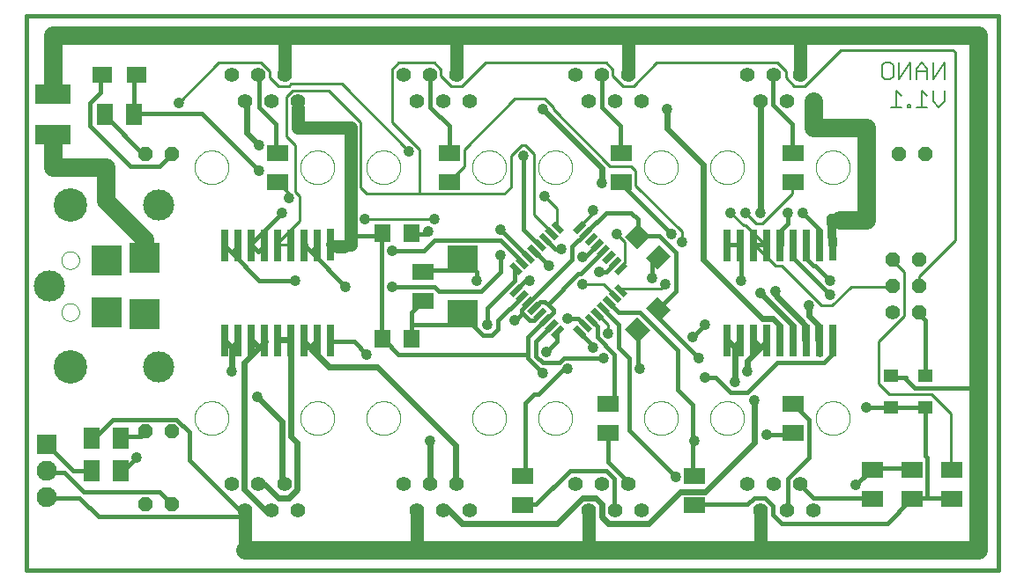
<source format=gbl>
G75*
G70*
%OFA0B0*%
%FSLAX24Y24*%
%IPPOS*%
%LPD*%
%AMOC8*
5,1,8,0,0,1.08239X$1,22.5*
%
%ADD10C,0.0160*%
%ADD11C,0.0060*%
%ADD12R,0.0500X0.0220*%
%ADD13R,0.0220X0.0500*%
%ADD14C,0.0560*%
%ADD15OC8,0.0560*%
%ADD16R,0.0760X0.0760*%
%ADD17C,0.0760*%
%ADD18R,0.0787X0.0630*%
%ADD19R,0.0630X0.0709*%
%ADD20C,0.0554*%
%ADD21C,0.0000*%
%ADD22R,0.0260X0.1200*%
%ADD23C,0.1181*%
%ADD24C,0.1266*%
%ADD25R,0.1181X0.1181*%
%ADD26OC8,0.0520*%
%ADD27R,0.0630X0.0787*%
%ADD28R,0.1339X0.0748*%
%ADD29R,0.0748X0.0630*%
%ADD30R,0.0551X0.0472*%
%ADD31R,0.1181X0.0984*%
%ADD32C,0.0320*%
%ADD33C,0.0500*%
%ADD34C,0.0700*%
%ADD35C,0.0180*%
%ADD36C,0.0408*%
%ADD37C,0.0100*%
%ADD38C,0.0240*%
D10*
X000550Y001235D02*
X037300Y001235D01*
X037300Y022235D01*
X000550Y022235D01*
X000550Y001235D01*
D11*
X032909Y019922D02*
X032909Y020349D01*
X033016Y020456D01*
X033230Y020456D01*
X033336Y020349D01*
X033336Y019922D01*
X033230Y019815D01*
X033016Y019815D01*
X032909Y019922D01*
X033554Y019815D02*
X033554Y020456D01*
X033981Y020456D02*
X033554Y019815D01*
X033981Y019815D02*
X033981Y020456D01*
X034198Y020242D02*
X034198Y019815D01*
X034198Y020135D02*
X034625Y020135D01*
X034625Y020242D02*
X034625Y019815D01*
X034843Y019815D02*
X034843Y020456D01*
X034625Y020242D02*
X034412Y020456D01*
X034198Y020242D01*
X034843Y019815D02*
X035270Y020456D01*
X035270Y019815D01*
X035270Y019406D02*
X035270Y018979D01*
X035056Y018765D01*
X034843Y018979D01*
X034843Y019406D01*
X034625Y019192D02*
X034412Y019406D01*
X034412Y018765D01*
X034625Y018765D02*
X034198Y018765D01*
X033981Y018765D02*
X033874Y018765D01*
X033874Y018872D01*
X033981Y018872D01*
X033981Y018765D01*
X033659Y018765D02*
X033232Y018765D01*
X033445Y018765D02*
X033445Y019406D01*
X033659Y019192D01*
D12*
G36*
X023278Y012749D02*
X022926Y012397D01*
X022770Y012553D01*
X023122Y012905D01*
X023278Y012749D01*
G37*
G36*
X023056Y012971D02*
X022704Y012619D01*
X022548Y012775D01*
X022900Y013127D01*
X023056Y012971D01*
G37*
G36*
X022833Y013194D02*
X022481Y012842D01*
X022325Y012998D01*
X022677Y013350D01*
X022833Y013194D01*
G37*
G36*
X022610Y013417D02*
X022258Y013065D01*
X022102Y013221D01*
X022454Y013573D01*
X022610Y013417D01*
G37*
G36*
X022388Y013639D02*
X022036Y013287D01*
X021880Y013443D01*
X022232Y013795D01*
X022388Y013639D01*
G37*
G36*
X022165Y013862D02*
X021813Y013510D01*
X021657Y013666D01*
X022009Y014018D01*
X022165Y013862D01*
G37*
G36*
X021942Y014085D02*
X021590Y013733D01*
X021434Y013889D01*
X021786Y014241D01*
X021942Y014085D01*
G37*
G36*
X021720Y014308D02*
X021368Y013956D01*
X021212Y014112D01*
X021564Y014464D01*
X021720Y014308D01*
G37*
G36*
X019330Y011918D02*
X018978Y011566D01*
X018822Y011722D01*
X019174Y012074D01*
X019330Y011918D01*
G37*
G36*
X019552Y011695D02*
X019200Y011343D01*
X019044Y011499D01*
X019396Y011851D01*
X019552Y011695D01*
G37*
G36*
X019775Y011472D02*
X019423Y011120D01*
X019267Y011276D01*
X019619Y011628D01*
X019775Y011472D01*
G37*
G36*
X019998Y011249D02*
X019646Y010897D01*
X019490Y011053D01*
X019842Y011405D01*
X019998Y011249D01*
G37*
G36*
X020220Y011027D02*
X019868Y010675D01*
X019712Y010831D01*
X020064Y011183D01*
X020220Y011027D01*
G37*
G36*
X020443Y010804D02*
X020091Y010452D01*
X019935Y010608D01*
X020287Y010960D01*
X020443Y010804D01*
G37*
G36*
X020666Y010581D02*
X020314Y010229D01*
X020158Y010385D01*
X020510Y010737D01*
X020666Y010581D01*
G37*
G36*
X020888Y010359D02*
X020536Y010007D01*
X020380Y010163D01*
X020732Y010515D01*
X020888Y010359D01*
G37*
D13*
G36*
X021720Y010163D02*
X021564Y010007D01*
X021212Y010359D01*
X021368Y010515D01*
X021720Y010163D01*
G37*
G36*
X021942Y010385D02*
X021786Y010229D01*
X021434Y010581D01*
X021590Y010737D01*
X021942Y010385D01*
G37*
G36*
X022165Y010608D02*
X022009Y010452D01*
X021657Y010804D01*
X021813Y010960D01*
X022165Y010608D01*
G37*
G36*
X022388Y010831D02*
X022232Y010675D01*
X021880Y011027D01*
X022036Y011183D01*
X022388Y010831D01*
G37*
G36*
X022610Y011053D02*
X022454Y010897D01*
X022102Y011249D01*
X022258Y011405D01*
X022610Y011053D01*
G37*
G36*
X022833Y011276D02*
X022677Y011120D01*
X022325Y011472D01*
X022481Y011628D01*
X022833Y011276D01*
G37*
G36*
X023056Y011499D02*
X022900Y011343D01*
X022548Y011695D01*
X022704Y011851D01*
X023056Y011499D01*
G37*
G36*
X023278Y011722D02*
X023122Y011566D01*
X022770Y011918D01*
X022926Y012074D01*
X023278Y011722D01*
G37*
G36*
X020443Y013666D02*
X020287Y013510D01*
X019935Y013862D01*
X020091Y014018D01*
X020443Y013666D01*
G37*
G36*
X020666Y013889D02*
X020510Y013733D01*
X020158Y014085D01*
X020314Y014241D01*
X020666Y013889D01*
G37*
G36*
X020888Y014112D02*
X020732Y013956D01*
X020380Y014308D01*
X020536Y014464D01*
X020888Y014112D01*
G37*
G36*
X020220Y013443D02*
X020064Y013287D01*
X019712Y013639D01*
X019868Y013795D01*
X020220Y013443D01*
G37*
G36*
X019998Y013221D02*
X019842Y013065D01*
X019490Y013417D01*
X019646Y013573D01*
X019998Y013221D01*
G37*
G36*
X019775Y012998D02*
X019619Y012842D01*
X019267Y013194D01*
X019423Y013350D01*
X019775Y012998D01*
G37*
G36*
X019552Y012775D02*
X019396Y012619D01*
X019044Y012971D01*
X019200Y013127D01*
X019552Y012775D01*
G37*
G36*
X019330Y012553D02*
X019174Y012397D01*
X018822Y012749D01*
X018978Y012905D01*
X019330Y012553D01*
G37*
D14*
X033300Y010985D03*
D15*
X034300Y010985D03*
X034300Y011985D03*
X033300Y011985D03*
X033300Y012985D03*
X034300Y012985D03*
D16*
X001300Y005985D03*
D17*
X001300Y004985D03*
X001300Y003985D03*
D18*
X015550Y011434D03*
X015550Y012536D03*
X016550Y015934D03*
X016550Y017036D03*
X010050Y017036D03*
X010050Y015934D03*
X023050Y015934D03*
X023050Y017036D03*
X029550Y017036D03*
X029550Y015934D03*
X029550Y007536D03*
X029550Y006434D03*
X032550Y005036D03*
X034050Y005036D03*
X035550Y005036D03*
X035550Y003934D03*
X034050Y003934D03*
X032550Y003934D03*
X025800Y003684D03*
X025800Y004786D03*
X022550Y006434D03*
X022550Y007536D03*
X019300Y004786D03*
X019300Y003684D03*
D19*
X015101Y009985D03*
X013999Y009985D03*
X013999Y013985D03*
X015101Y013985D03*
G36*
X023633Y013402D02*
X023187Y013848D01*
X023687Y014348D01*
X024133Y013902D01*
X023633Y013402D01*
G37*
G36*
X024413Y012622D02*
X023967Y013068D01*
X024467Y013568D01*
X024913Y013122D01*
X024413Y012622D01*
G37*
G36*
X023967Y011152D02*
X024413Y011598D01*
X024913Y011098D01*
X024467Y010652D01*
X023967Y011152D01*
G37*
G36*
X023187Y010372D02*
X023633Y010818D01*
X024133Y010318D01*
X023687Y009872D01*
X023187Y010372D01*
G37*
D20*
X023300Y004485D03*
X022300Y004485D03*
X021300Y004485D03*
X021800Y003485D03*
X022800Y003485D03*
X023800Y003485D03*
X027800Y004485D03*
X028800Y004485D03*
X029800Y004485D03*
X029300Y003485D03*
X028300Y003485D03*
X030300Y003485D03*
X017300Y003485D03*
X016300Y003485D03*
X015300Y003485D03*
X014800Y004485D03*
X015800Y004485D03*
X016800Y004485D03*
X010800Y003485D03*
X009800Y003485D03*
X008800Y003485D03*
X008300Y004485D03*
X009300Y004485D03*
X010300Y004485D03*
X009800Y018985D03*
X010800Y018985D03*
X010300Y019985D03*
X009300Y019985D03*
X008300Y019985D03*
X008800Y018985D03*
X014800Y019985D03*
X015800Y019985D03*
X016800Y019985D03*
X016300Y018985D03*
X017300Y018985D03*
X015300Y018985D03*
X021300Y019985D03*
X022300Y019985D03*
X023300Y019985D03*
X022800Y018985D03*
X021800Y018985D03*
X023800Y018985D03*
X027800Y019985D03*
X028800Y019985D03*
X029800Y019985D03*
X029300Y018985D03*
X028300Y018985D03*
X030300Y018985D03*
D21*
X030410Y016485D02*
X030412Y016535D01*
X030418Y016585D01*
X030428Y016634D01*
X030441Y016683D01*
X030459Y016730D01*
X030480Y016776D01*
X030504Y016819D01*
X030532Y016861D01*
X030563Y016901D01*
X030597Y016938D01*
X030634Y016972D01*
X030674Y017003D01*
X030716Y017031D01*
X030759Y017055D01*
X030805Y017076D01*
X030852Y017094D01*
X030901Y017107D01*
X030950Y017117D01*
X031000Y017123D01*
X031050Y017125D01*
X031100Y017123D01*
X031150Y017117D01*
X031199Y017107D01*
X031248Y017094D01*
X031295Y017076D01*
X031341Y017055D01*
X031384Y017031D01*
X031426Y017003D01*
X031466Y016972D01*
X031503Y016938D01*
X031537Y016901D01*
X031568Y016861D01*
X031596Y016819D01*
X031620Y016776D01*
X031641Y016730D01*
X031659Y016683D01*
X031672Y016634D01*
X031682Y016585D01*
X031688Y016535D01*
X031690Y016485D01*
X031688Y016435D01*
X031682Y016385D01*
X031672Y016336D01*
X031659Y016287D01*
X031641Y016240D01*
X031620Y016194D01*
X031596Y016151D01*
X031568Y016109D01*
X031537Y016069D01*
X031503Y016032D01*
X031466Y015998D01*
X031426Y015967D01*
X031384Y015939D01*
X031341Y015915D01*
X031295Y015894D01*
X031248Y015876D01*
X031199Y015863D01*
X031150Y015853D01*
X031100Y015847D01*
X031050Y015845D01*
X031000Y015847D01*
X030950Y015853D01*
X030901Y015863D01*
X030852Y015876D01*
X030805Y015894D01*
X030759Y015915D01*
X030716Y015939D01*
X030674Y015967D01*
X030634Y015998D01*
X030597Y016032D01*
X030563Y016069D01*
X030532Y016109D01*
X030504Y016151D01*
X030480Y016194D01*
X030459Y016240D01*
X030441Y016287D01*
X030428Y016336D01*
X030418Y016385D01*
X030412Y016435D01*
X030410Y016485D01*
X026410Y016485D02*
X026412Y016535D01*
X026418Y016585D01*
X026428Y016634D01*
X026441Y016683D01*
X026459Y016730D01*
X026480Y016776D01*
X026504Y016819D01*
X026532Y016861D01*
X026563Y016901D01*
X026597Y016938D01*
X026634Y016972D01*
X026674Y017003D01*
X026716Y017031D01*
X026759Y017055D01*
X026805Y017076D01*
X026852Y017094D01*
X026901Y017107D01*
X026950Y017117D01*
X027000Y017123D01*
X027050Y017125D01*
X027100Y017123D01*
X027150Y017117D01*
X027199Y017107D01*
X027248Y017094D01*
X027295Y017076D01*
X027341Y017055D01*
X027384Y017031D01*
X027426Y017003D01*
X027466Y016972D01*
X027503Y016938D01*
X027537Y016901D01*
X027568Y016861D01*
X027596Y016819D01*
X027620Y016776D01*
X027641Y016730D01*
X027659Y016683D01*
X027672Y016634D01*
X027682Y016585D01*
X027688Y016535D01*
X027690Y016485D01*
X027688Y016435D01*
X027682Y016385D01*
X027672Y016336D01*
X027659Y016287D01*
X027641Y016240D01*
X027620Y016194D01*
X027596Y016151D01*
X027568Y016109D01*
X027537Y016069D01*
X027503Y016032D01*
X027466Y015998D01*
X027426Y015967D01*
X027384Y015939D01*
X027341Y015915D01*
X027295Y015894D01*
X027248Y015876D01*
X027199Y015863D01*
X027150Y015853D01*
X027100Y015847D01*
X027050Y015845D01*
X027000Y015847D01*
X026950Y015853D01*
X026901Y015863D01*
X026852Y015876D01*
X026805Y015894D01*
X026759Y015915D01*
X026716Y015939D01*
X026674Y015967D01*
X026634Y015998D01*
X026597Y016032D01*
X026563Y016069D01*
X026532Y016109D01*
X026504Y016151D01*
X026480Y016194D01*
X026459Y016240D01*
X026441Y016287D01*
X026428Y016336D01*
X026418Y016385D01*
X026412Y016435D01*
X026410Y016485D01*
X023910Y016485D02*
X023912Y016535D01*
X023918Y016585D01*
X023928Y016634D01*
X023941Y016683D01*
X023959Y016730D01*
X023980Y016776D01*
X024004Y016819D01*
X024032Y016861D01*
X024063Y016901D01*
X024097Y016938D01*
X024134Y016972D01*
X024174Y017003D01*
X024216Y017031D01*
X024259Y017055D01*
X024305Y017076D01*
X024352Y017094D01*
X024401Y017107D01*
X024450Y017117D01*
X024500Y017123D01*
X024550Y017125D01*
X024600Y017123D01*
X024650Y017117D01*
X024699Y017107D01*
X024748Y017094D01*
X024795Y017076D01*
X024841Y017055D01*
X024884Y017031D01*
X024926Y017003D01*
X024966Y016972D01*
X025003Y016938D01*
X025037Y016901D01*
X025068Y016861D01*
X025096Y016819D01*
X025120Y016776D01*
X025141Y016730D01*
X025159Y016683D01*
X025172Y016634D01*
X025182Y016585D01*
X025188Y016535D01*
X025190Y016485D01*
X025188Y016435D01*
X025182Y016385D01*
X025172Y016336D01*
X025159Y016287D01*
X025141Y016240D01*
X025120Y016194D01*
X025096Y016151D01*
X025068Y016109D01*
X025037Y016069D01*
X025003Y016032D01*
X024966Y015998D01*
X024926Y015967D01*
X024884Y015939D01*
X024841Y015915D01*
X024795Y015894D01*
X024748Y015876D01*
X024699Y015863D01*
X024650Y015853D01*
X024600Y015847D01*
X024550Y015845D01*
X024500Y015847D01*
X024450Y015853D01*
X024401Y015863D01*
X024352Y015876D01*
X024305Y015894D01*
X024259Y015915D01*
X024216Y015939D01*
X024174Y015967D01*
X024134Y015998D01*
X024097Y016032D01*
X024063Y016069D01*
X024032Y016109D01*
X024004Y016151D01*
X023980Y016194D01*
X023959Y016240D01*
X023941Y016287D01*
X023928Y016336D01*
X023918Y016385D01*
X023912Y016435D01*
X023910Y016485D01*
X019910Y016485D02*
X019912Y016535D01*
X019918Y016585D01*
X019928Y016634D01*
X019941Y016683D01*
X019959Y016730D01*
X019980Y016776D01*
X020004Y016819D01*
X020032Y016861D01*
X020063Y016901D01*
X020097Y016938D01*
X020134Y016972D01*
X020174Y017003D01*
X020216Y017031D01*
X020259Y017055D01*
X020305Y017076D01*
X020352Y017094D01*
X020401Y017107D01*
X020450Y017117D01*
X020500Y017123D01*
X020550Y017125D01*
X020600Y017123D01*
X020650Y017117D01*
X020699Y017107D01*
X020748Y017094D01*
X020795Y017076D01*
X020841Y017055D01*
X020884Y017031D01*
X020926Y017003D01*
X020966Y016972D01*
X021003Y016938D01*
X021037Y016901D01*
X021068Y016861D01*
X021096Y016819D01*
X021120Y016776D01*
X021141Y016730D01*
X021159Y016683D01*
X021172Y016634D01*
X021182Y016585D01*
X021188Y016535D01*
X021190Y016485D01*
X021188Y016435D01*
X021182Y016385D01*
X021172Y016336D01*
X021159Y016287D01*
X021141Y016240D01*
X021120Y016194D01*
X021096Y016151D01*
X021068Y016109D01*
X021037Y016069D01*
X021003Y016032D01*
X020966Y015998D01*
X020926Y015967D01*
X020884Y015939D01*
X020841Y015915D01*
X020795Y015894D01*
X020748Y015876D01*
X020699Y015863D01*
X020650Y015853D01*
X020600Y015847D01*
X020550Y015845D01*
X020500Y015847D01*
X020450Y015853D01*
X020401Y015863D01*
X020352Y015876D01*
X020305Y015894D01*
X020259Y015915D01*
X020216Y015939D01*
X020174Y015967D01*
X020134Y015998D01*
X020097Y016032D01*
X020063Y016069D01*
X020032Y016109D01*
X020004Y016151D01*
X019980Y016194D01*
X019959Y016240D01*
X019941Y016287D01*
X019928Y016336D01*
X019918Y016385D01*
X019912Y016435D01*
X019910Y016485D01*
X017410Y016485D02*
X017412Y016535D01*
X017418Y016585D01*
X017428Y016634D01*
X017441Y016683D01*
X017459Y016730D01*
X017480Y016776D01*
X017504Y016819D01*
X017532Y016861D01*
X017563Y016901D01*
X017597Y016938D01*
X017634Y016972D01*
X017674Y017003D01*
X017716Y017031D01*
X017759Y017055D01*
X017805Y017076D01*
X017852Y017094D01*
X017901Y017107D01*
X017950Y017117D01*
X018000Y017123D01*
X018050Y017125D01*
X018100Y017123D01*
X018150Y017117D01*
X018199Y017107D01*
X018248Y017094D01*
X018295Y017076D01*
X018341Y017055D01*
X018384Y017031D01*
X018426Y017003D01*
X018466Y016972D01*
X018503Y016938D01*
X018537Y016901D01*
X018568Y016861D01*
X018596Y016819D01*
X018620Y016776D01*
X018641Y016730D01*
X018659Y016683D01*
X018672Y016634D01*
X018682Y016585D01*
X018688Y016535D01*
X018690Y016485D01*
X018688Y016435D01*
X018682Y016385D01*
X018672Y016336D01*
X018659Y016287D01*
X018641Y016240D01*
X018620Y016194D01*
X018596Y016151D01*
X018568Y016109D01*
X018537Y016069D01*
X018503Y016032D01*
X018466Y015998D01*
X018426Y015967D01*
X018384Y015939D01*
X018341Y015915D01*
X018295Y015894D01*
X018248Y015876D01*
X018199Y015863D01*
X018150Y015853D01*
X018100Y015847D01*
X018050Y015845D01*
X018000Y015847D01*
X017950Y015853D01*
X017901Y015863D01*
X017852Y015876D01*
X017805Y015894D01*
X017759Y015915D01*
X017716Y015939D01*
X017674Y015967D01*
X017634Y015998D01*
X017597Y016032D01*
X017563Y016069D01*
X017532Y016109D01*
X017504Y016151D01*
X017480Y016194D01*
X017459Y016240D01*
X017441Y016287D01*
X017428Y016336D01*
X017418Y016385D01*
X017412Y016435D01*
X017410Y016485D01*
X013410Y016485D02*
X013412Y016535D01*
X013418Y016585D01*
X013428Y016634D01*
X013441Y016683D01*
X013459Y016730D01*
X013480Y016776D01*
X013504Y016819D01*
X013532Y016861D01*
X013563Y016901D01*
X013597Y016938D01*
X013634Y016972D01*
X013674Y017003D01*
X013716Y017031D01*
X013759Y017055D01*
X013805Y017076D01*
X013852Y017094D01*
X013901Y017107D01*
X013950Y017117D01*
X014000Y017123D01*
X014050Y017125D01*
X014100Y017123D01*
X014150Y017117D01*
X014199Y017107D01*
X014248Y017094D01*
X014295Y017076D01*
X014341Y017055D01*
X014384Y017031D01*
X014426Y017003D01*
X014466Y016972D01*
X014503Y016938D01*
X014537Y016901D01*
X014568Y016861D01*
X014596Y016819D01*
X014620Y016776D01*
X014641Y016730D01*
X014659Y016683D01*
X014672Y016634D01*
X014682Y016585D01*
X014688Y016535D01*
X014690Y016485D01*
X014688Y016435D01*
X014682Y016385D01*
X014672Y016336D01*
X014659Y016287D01*
X014641Y016240D01*
X014620Y016194D01*
X014596Y016151D01*
X014568Y016109D01*
X014537Y016069D01*
X014503Y016032D01*
X014466Y015998D01*
X014426Y015967D01*
X014384Y015939D01*
X014341Y015915D01*
X014295Y015894D01*
X014248Y015876D01*
X014199Y015863D01*
X014150Y015853D01*
X014100Y015847D01*
X014050Y015845D01*
X014000Y015847D01*
X013950Y015853D01*
X013901Y015863D01*
X013852Y015876D01*
X013805Y015894D01*
X013759Y015915D01*
X013716Y015939D01*
X013674Y015967D01*
X013634Y015998D01*
X013597Y016032D01*
X013563Y016069D01*
X013532Y016109D01*
X013504Y016151D01*
X013480Y016194D01*
X013459Y016240D01*
X013441Y016287D01*
X013428Y016336D01*
X013418Y016385D01*
X013412Y016435D01*
X013410Y016485D01*
X010910Y016485D02*
X010912Y016535D01*
X010918Y016585D01*
X010928Y016634D01*
X010941Y016683D01*
X010959Y016730D01*
X010980Y016776D01*
X011004Y016819D01*
X011032Y016861D01*
X011063Y016901D01*
X011097Y016938D01*
X011134Y016972D01*
X011174Y017003D01*
X011216Y017031D01*
X011259Y017055D01*
X011305Y017076D01*
X011352Y017094D01*
X011401Y017107D01*
X011450Y017117D01*
X011500Y017123D01*
X011550Y017125D01*
X011600Y017123D01*
X011650Y017117D01*
X011699Y017107D01*
X011748Y017094D01*
X011795Y017076D01*
X011841Y017055D01*
X011884Y017031D01*
X011926Y017003D01*
X011966Y016972D01*
X012003Y016938D01*
X012037Y016901D01*
X012068Y016861D01*
X012096Y016819D01*
X012120Y016776D01*
X012141Y016730D01*
X012159Y016683D01*
X012172Y016634D01*
X012182Y016585D01*
X012188Y016535D01*
X012190Y016485D01*
X012188Y016435D01*
X012182Y016385D01*
X012172Y016336D01*
X012159Y016287D01*
X012141Y016240D01*
X012120Y016194D01*
X012096Y016151D01*
X012068Y016109D01*
X012037Y016069D01*
X012003Y016032D01*
X011966Y015998D01*
X011926Y015967D01*
X011884Y015939D01*
X011841Y015915D01*
X011795Y015894D01*
X011748Y015876D01*
X011699Y015863D01*
X011650Y015853D01*
X011600Y015847D01*
X011550Y015845D01*
X011500Y015847D01*
X011450Y015853D01*
X011401Y015863D01*
X011352Y015876D01*
X011305Y015894D01*
X011259Y015915D01*
X011216Y015939D01*
X011174Y015967D01*
X011134Y015998D01*
X011097Y016032D01*
X011063Y016069D01*
X011032Y016109D01*
X011004Y016151D01*
X010980Y016194D01*
X010959Y016240D01*
X010941Y016287D01*
X010928Y016336D01*
X010918Y016385D01*
X010912Y016435D01*
X010910Y016485D01*
X006910Y016485D02*
X006912Y016535D01*
X006918Y016585D01*
X006928Y016634D01*
X006941Y016683D01*
X006959Y016730D01*
X006980Y016776D01*
X007004Y016819D01*
X007032Y016861D01*
X007063Y016901D01*
X007097Y016938D01*
X007134Y016972D01*
X007174Y017003D01*
X007216Y017031D01*
X007259Y017055D01*
X007305Y017076D01*
X007352Y017094D01*
X007401Y017107D01*
X007450Y017117D01*
X007500Y017123D01*
X007550Y017125D01*
X007600Y017123D01*
X007650Y017117D01*
X007699Y017107D01*
X007748Y017094D01*
X007795Y017076D01*
X007841Y017055D01*
X007884Y017031D01*
X007926Y017003D01*
X007966Y016972D01*
X008003Y016938D01*
X008037Y016901D01*
X008068Y016861D01*
X008096Y016819D01*
X008120Y016776D01*
X008141Y016730D01*
X008159Y016683D01*
X008172Y016634D01*
X008182Y016585D01*
X008188Y016535D01*
X008190Y016485D01*
X008188Y016435D01*
X008182Y016385D01*
X008172Y016336D01*
X008159Y016287D01*
X008141Y016240D01*
X008120Y016194D01*
X008096Y016151D01*
X008068Y016109D01*
X008037Y016069D01*
X008003Y016032D01*
X007966Y015998D01*
X007926Y015967D01*
X007884Y015939D01*
X007841Y015915D01*
X007795Y015894D01*
X007748Y015876D01*
X007699Y015863D01*
X007650Y015853D01*
X007600Y015847D01*
X007550Y015845D01*
X007500Y015847D01*
X007450Y015853D01*
X007401Y015863D01*
X007352Y015876D01*
X007305Y015894D01*
X007259Y015915D01*
X007216Y015939D01*
X007174Y015967D01*
X007134Y015998D01*
X007097Y016032D01*
X007063Y016069D01*
X007032Y016109D01*
X007004Y016151D01*
X006980Y016194D01*
X006959Y016240D01*
X006941Y016287D01*
X006928Y016336D01*
X006918Y016385D01*
X006912Y016435D01*
X006910Y016485D01*
X001869Y012969D02*
X001871Y013005D01*
X001877Y013041D01*
X001887Y013076D01*
X001900Y013110D01*
X001917Y013142D01*
X001937Y013172D01*
X001961Y013199D01*
X001987Y013224D01*
X002016Y013246D01*
X002047Y013265D01*
X002080Y013280D01*
X002114Y013292D01*
X002150Y013300D01*
X002186Y013304D01*
X002222Y013304D01*
X002258Y013300D01*
X002294Y013292D01*
X002328Y013280D01*
X002361Y013265D01*
X002392Y013246D01*
X002421Y013224D01*
X002447Y013199D01*
X002471Y013172D01*
X002491Y013142D01*
X002508Y013110D01*
X002521Y013076D01*
X002531Y013041D01*
X002537Y013005D01*
X002539Y012969D01*
X002537Y012933D01*
X002531Y012897D01*
X002521Y012862D01*
X002508Y012828D01*
X002491Y012796D01*
X002471Y012766D01*
X002447Y012739D01*
X002421Y012714D01*
X002392Y012692D01*
X002361Y012673D01*
X002328Y012658D01*
X002294Y012646D01*
X002258Y012638D01*
X002222Y012634D01*
X002186Y012634D01*
X002150Y012638D01*
X002114Y012646D01*
X002080Y012658D01*
X002047Y012673D01*
X002016Y012692D01*
X001987Y012714D01*
X001961Y012739D01*
X001937Y012766D01*
X001917Y012796D01*
X001900Y012828D01*
X001887Y012862D01*
X001877Y012897D01*
X001871Y012933D01*
X001869Y012969D01*
X001869Y011001D02*
X001871Y011037D01*
X001877Y011073D01*
X001887Y011108D01*
X001900Y011142D01*
X001917Y011174D01*
X001937Y011204D01*
X001961Y011231D01*
X001987Y011256D01*
X002016Y011278D01*
X002047Y011297D01*
X002080Y011312D01*
X002114Y011324D01*
X002150Y011332D01*
X002186Y011336D01*
X002222Y011336D01*
X002258Y011332D01*
X002294Y011324D01*
X002328Y011312D01*
X002361Y011297D01*
X002392Y011278D01*
X002421Y011256D01*
X002447Y011231D01*
X002471Y011204D01*
X002491Y011174D01*
X002508Y011142D01*
X002521Y011108D01*
X002531Y011073D01*
X002537Y011037D01*
X002539Y011001D01*
X002537Y010965D01*
X002531Y010929D01*
X002521Y010894D01*
X002508Y010860D01*
X002491Y010828D01*
X002471Y010798D01*
X002447Y010771D01*
X002421Y010746D01*
X002392Y010724D01*
X002361Y010705D01*
X002328Y010690D01*
X002294Y010678D01*
X002258Y010670D01*
X002222Y010666D01*
X002186Y010666D01*
X002150Y010670D01*
X002114Y010678D01*
X002080Y010690D01*
X002047Y010705D01*
X002016Y010724D01*
X001987Y010746D01*
X001961Y010771D01*
X001937Y010798D01*
X001917Y010828D01*
X001900Y010860D01*
X001887Y010894D01*
X001877Y010929D01*
X001871Y010965D01*
X001869Y011001D01*
X006910Y006985D02*
X006912Y007035D01*
X006918Y007085D01*
X006928Y007134D01*
X006941Y007183D01*
X006959Y007230D01*
X006980Y007276D01*
X007004Y007319D01*
X007032Y007361D01*
X007063Y007401D01*
X007097Y007438D01*
X007134Y007472D01*
X007174Y007503D01*
X007216Y007531D01*
X007259Y007555D01*
X007305Y007576D01*
X007352Y007594D01*
X007401Y007607D01*
X007450Y007617D01*
X007500Y007623D01*
X007550Y007625D01*
X007600Y007623D01*
X007650Y007617D01*
X007699Y007607D01*
X007748Y007594D01*
X007795Y007576D01*
X007841Y007555D01*
X007884Y007531D01*
X007926Y007503D01*
X007966Y007472D01*
X008003Y007438D01*
X008037Y007401D01*
X008068Y007361D01*
X008096Y007319D01*
X008120Y007276D01*
X008141Y007230D01*
X008159Y007183D01*
X008172Y007134D01*
X008182Y007085D01*
X008188Y007035D01*
X008190Y006985D01*
X008188Y006935D01*
X008182Y006885D01*
X008172Y006836D01*
X008159Y006787D01*
X008141Y006740D01*
X008120Y006694D01*
X008096Y006651D01*
X008068Y006609D01*
X008037Y006569D01*
X008003Y006532D01*
X007966Y006498D01*
X007926Y006467D01*
X007884Y006439D01*
X007841Y006415D01*
X007795Y006394D01*
X007748Y006376D01*
X007699Y006363D01*
X007650Y006353D01*
X007600Y006347D01*
X007550Y006345D01*
X007500Y006347D01*
X007450Y006353D01*
X007401Y006363D01*
X007352Y006376D01*
X007305Y006394D01*
X007259Y006415D01*
X007216Y006439D01*
X007174Y006467D01*
X007134Y006498D01*
X007097Y006532D01*
X007063Y006569D01*
X007032Y006609D01*
X007004Y006651D01*
X006980Y006694D01*
X006959Y006740D01*
X006941Y006787D01*
X006928Y006836D01*
X006918Y006885D01*
X006912Y006935D01*
X006910Y006985D01*
X010910Y006985D02*
X010912Y007035D01*
X010918Y007085D01*
X010928Y007134D01*
X010941Y007183D01*
X010959Y007230D01*
X010980Y007276D01*
X011004Y007319D01*
X011032Y007361D01*
X011063Y007401D01*
X011097Y007438D01*
X011134Y007472D01*
X011174Y007503D01*
X011216Y007531D01*
X011259Y007555D01*
X011305Y007576D01*
X011352Y007594D01*
X011401Y007607D01*
X011450Y007617D01*
X011500Y007623D01*
X011550Y007625D01*
X011600Y007623D01*
X011650Y007617D01*
X011699Y007607D01*
X011748Y007594D01*
X011795Y007576D01*
X011841Y007555D01*
X011884Y007531D01*
X011926Y007503D01*
X011966Y007472D01*
X012003Y007438D01*
X012037Y007401D01*
X012068Y007361D01*
X012096Y007319D01*
X012120Y007276D01*
X012141Y007230D01*
X012159Y007183D01*
X012172Y007134D01*
X012182Y007085D01*
X012188Y007035D01*
X012190Y006985D01*
X012188Y006935D01*
X012182Y006885D01*
X012172Y006836D01*
X012159Y006787D01*
X012141Y006740D01*
X012120Y006694D01*
X012096Y006651D01*
X012068Y006609D01*
X012037Y006569D01*
X012003Y006532D01*
X011966Y006498D01*
X011926Y006467D01*
X011884Y006439D01*
X011841Y006415D01*
X011795Y006394D01*
X011748Y006376D01*
X011699Y006363D01*
X011650Y006353D01*
X011600Y006347D01*
X011550Y006345D01*
X011500Y006347D01*
X011450Y006353D01*
X011401Y006363D01*
X011352Y006376D01*
X011305Y006394D01*
X011259Y006415D01*
X011216Y006439D01*
X011174Y006467D01*
X011134Y006498D01*
X011097Y006532D01*
X011063Y006569D01*
X011032Y006609D01*
X011004Y006651D01*
X010980Y006694D01*
X010959Y006740D01*
X010941Y006787D01*
X010928Y006836D01*
X010918Y006885D01*
X010912Y006935D01*
X010910Y006985D01*
X013410Y006985D02*
X013412Y007035D01*
X013418Y007085D01*
X013428Y007134D01*
X013441Y007183D01*
X013459Y007230D01*
X013480Y007276D01*
X013504Y007319D01*
X013532Y007361D01*
X013563Y007401D01*
X013597Y007438D01*
X013634Y007472D01*
X013674Y007503D01*
X013716Y007531D01*
X013759Y007555D01*
X013805Y007576D01*
X013852Y007594D01*
X013901Y007607D01*
X013950Y007617D01*
X014000Y007623D01*
X014050Y007625D01*
X014100Y007623D01*
X014150Y007617D01*
X014199Y007607D01*
X014248Y007594D01*
X014295Y007576D01*
X014341Y007555D01*
X014384Y007531D01*
X014426Y007503D01*
X014466Y007472D01*
X014503Y007438D01*
X014537Y007401D01*
X014568Y007361D01*
X014596Y007319D01*
X014620Y007276D01*
X014641Y007230D01*
X014659Y007183D01*
X014672Y007134D01*
X014682Y007085D01*
X014688Y007035D01*
X014690Y006985D01*
X014688Y006935D01*
X014682Y006885D01*
X014672Y006836D01*
X014659Y006787D01*
X014641Y006740D01*
X014620Y006694D01*
X014596Y006651D01*
X014568Y006609D01*
X014537Y006569D01*
X014503Y006532D01*
X014466Y006498D01*
X014426Y006467D01*
X014384Y006439D01*
X014341Y006415D01*
X014295Y006394D01*
X014248Y006376D01*
X014199Y006363D01*
X014150Y006353D01*
X014100Y006347D01*
X014050Y006345D01*
X014000Y006347D01*
X013950Y006353D01*
X013901Y006363D01*
X013852Y006376D01*
X013805Y006394D01*
X013759Y006415D01*
X013716Y006439D01*
X013674Y006467D01*
X013634Y006498D01*
X013597Y006532D01*
X013563Y006569D01*
X013532Y006609D01*
X013504Y006651D01*
X013480Y006694D01*
X013459Y006740D01*
X013441Y006787D01*
X013428Y006836D01*
X013418Y006885D01*
X013412Y006935D01*
X013410Y006985D01*
X017410Y006985D02*
X017412Y007035D01*
X017418Y007085D01*
X017428Y007134D01*
X017441Y007183D01*
X017459Y007230D01*
X017480Y007276D01*
X017504Y007319D01*
X017532Y007361D01*
X017563Y007401D01*
X017597Y007438D01*
X017634Y007472D01*
X017674Y007503D01*
X017716Y007531D01*
X017759Y007555D01*
X017805Y007576D01*
X017852Y007594D01*
X017901Y007607D01*
X017950Y007617D01*
X018000Y007623D01*
X018050Y007625D01*
X018100Y007623D01*
X018150Y007617D01*
X018199Y007607D01*
X018248Y007594D01*
X018295Y007576D01*
X018341Y007555D01*
X018384Y007531D01*
X018426Y007503D01*
X018466Y007472D01*
X018503Y007438D01*
X018537Y007401D01*
X018568Y007361D01*
X018596Y007319D01*
X018620Y007276D01*
X018641Y007230D01*
X018659Y007183D01*
X018672Y007134D01*
X018682Y007085D01*
X018688Y007035D01*
X018690Y006985D01*
X018688Y006935D01*
X018682Y006885D01*
X018672Y006836D01*
X018659Y006787D01*
X018641Y006740D01*
X018620Y006694D01*
X018596Y006651D01*
X018568Y006609D01*
X018537Y006569D01*
X018503Y006532D01*
X018466Y006498D01*
X018426Y006467D01*
X018384Y006439D01*
X018341Y006415D01*
X018295Y006394D01*
X018248Y006376D01*
X018199Y006363D01*
X018150Y006353D01*
X018100Y006347D01*
X018050Y006345D01*
X018000Y006347D01*
X017950Y006353D01*
X017901Y006363D01*
X017852Y006376D01*
X017805Y006394D01*
X017759Y006415D01*
X017716Y006439D01*
X017674Y006467D01*
X017634Y006498D01*
X017597Y006532D01*
X017563Y006569D01*
X017532Y006609D01*
X017504Y006651D01*
X017480Y006694D01*
X017459Y006740D01*
X017441Y006787D01*
X017428Y006836D01*
X017418Y006885D01*
X017412Y006935D01*
X017410Y006985D01*
X019910Y006985D02*
X019912Y007035D01*
X019918Y007085D01*
X019928Y007134D01*
X019941Y007183D01*
X019959Y007230D01*
X019980Y007276D01*
X020004Y007319D01*
X020032Y007361D01*
X020063Y007401D01*
X020097Y007438D01*
X020134Y007472D01*
X020174Y007503D01*
X020216Y007531D01*
X020259Y007555D01*
X020305Y007576D01*
X020352Y007594D01*
X020401Y007607D01*
X020450Y007617D01*
X020500Y007623D01*
X020550Y007625D01*
X020600Y007623D01*
X020650Y007617D01*
X020699Y007607D01*
X020748Y007594D01*
X020795Y007576D01*
X020841Y007555D01*
X020884Y007531D01*
X020926Y007503D01*
X020966Y007472D01*
X021003Y007438D01*
X021037Y007401D01*
X021068Y007361D01*
X021096Y007319D01*
X021120Y007276D01*
X021141Y007230D01*
X021159Y007183D01*
X021172Y007134D01*
X021182Y007085D01*
X021188Y007035D01*
X021190Y006985D01*
X021188Y006935D01*
X021182Y006885D01*
X021172Y006836D01*
X021159Y006787D01*
X021141Y006740D01*
X021120Y006694D01*
X021096Y006651D01*
X021068Y006609D01*
X021037Y006569D01*
X021003Y006532D01*
X020966Y006498D01*
X020926Y006467D01*
X020884Y006439D01*
X020841Y006415D01*
X020795Y006394D01*
X020748Y006376D01*
X020699Y006363D01*
X020650Y006353D01*
X020600Y006347D01*
X020550Y006345D01*
X020500Y006347D01*
X020450Y006353D01*
X020401Y006363D01*
X020352Y006376D01*
X020305Y006394D01*
X020259Y006415D01*
X020216Y006439D01*
X020174Y006467D01*
X020134Y006498D01*
X020097Y006532D01*
X020063Y006569D01*
X020032Y006609D01*
X020004Y006651D01*
X019980Y006694D01*
X019959Y006740D01*
X019941Y006787D01*
X019928Y006836D01*
X019918Y006885D01*
X019912Y006935D01*
X019910Y006985D01*
X023910Y006985D02*
X023912Y007035D01*
X023918Y007085D01*
X023928Y007134D01*
X023941Y007183D01*
X023959Y007230D01*
X023980Y007276D01*
X024004Y007319D01*
X024032Y007361D01*
X024063Y007401D01*
X024097Y007438D01*
X024134Y007472D01*
X024174Y007503D01*
X024216Y007531D01*
X024259Y007555D01*
X024305Y007576D01*
X024352Y007594D01*
X024401Y007607D01*
X024450Y007617D01*
X024500Y007623D01*
X024550Y007625D01*
X024600Y007623D01*
X024650Y007617D01*
X024699Y007607D01*
X024748Y007594D01*
X024795Y007576D01*
X024841Y007555D01*
X024884Y007531D01*
X024926Y007503D01*
X024966Y007472D01*
X025003Y007438D01*
X025037Y007401D01*
X025068Y007361D01*
X025096Y007319D01*
X025120Y007276D01*
X025141Y007230D01*
X025159Y007183D01*
X025172Y007134D01*
X025182Y007085D01*
X025188Y007035D01*
X025190Y006985D01*
X025188Y006935D01*
X025182Y006885D01*
X025172Y006836D01*
X025159Y006787D01*
X025141Y006740D01*
X025120Y006694D01*
X025096Y006651D01*
X025068Y006609D01*
X025037Y006569D01*
X025003Y006532D01*
X024966Y006498D01*
X024926Y006467D01*
X024884Y006439D01*
X024841Y006415D01*
X024795Y006394D01*
X024748Y006376D01*
X024699Y006363D01*
X024650Y006353D01*
X024600Y006347D01*
X024550Y006345D01*
X024500Y006347D01*
X024450Y006353D01*
X024401Y006363D01*
X024352Y006376D01*
X024305Y006394D01*
X024259Y006415D01*
X024216Y006439D01*
X024174Y006467D01*
X024134Y006498D01*
X024097Y006532D01*
X024063Y006569D01*
X024032Y006609D01*
X024004Y006651D01*
X023980Y006694D01*
X023959Y006740D01*
X023941Y006787D01*
X023928Y006836D01*
X023918Y006885D01*
X023912Y006935D01*
X023910Y006985D01*
X026410Y006985D02*
X026412Y007035D01*
X026418Y007085D01*
X026428Y007134D01*
X026441Y007183D01*
X026459Y007230D01*
X026480Y007276D01*
X026504Y007319D01*
X026532Y007361D01*
X026563Y007401D01*
X026597Y007438D01*
X026634Y007472D01*
X026674Y007503D01*
X026716Y007531D01*
X026759Y007555D01*
X026805Y007576D01*
X026852Y007594D01*
X026901Y007607D01*
X026950Y007617D01*
X027000Y007623D01*
X027050Y007625D01*
X027100Y007623D01*
X027150Y007617D01*
X027199Y007607D01*
X027248Y007594D01*
X027295Y007576D01*
X027341Y007555D01*
X027384Y007531D01*
X027426Y007503D01*
X027466Y007472D01*
X027503Y007438D01*
X027537Y007401D01*
X027568Y007361D01*
X027596Y007319D01*
X027620Y007276D01*
X027641Y007230D01*
X027659Y007183D01*
X027672Y007134D01*
X027682Y007085D01*
X027688Y007035D01*
X027690Y006985D01*
X027688Y006935D01*
X027682Y006885D01*
X027672Y006836D01*
X027659Y006787D01*
X027641Y006740D01*
X027620Y006694D01*
X027596Y006651D01*
X027568Y006609D01*
X027537Y006569D01*
X027503Y006532D01*
X027466Y006498D01*
X027426Y006467D01*
X027384Y006439D01*
X027341Y006415D01*
X027295Y006394D01*
X027248Y006376D01*
X027199Y006363D01*
X027150Y006353D01*
X027100Y006347D01*
X027050Y006345D01*
X027000Y006347D01*
X026950Y006353D01*
X026901Y006363D01*
X026852Y006376D01*
X026805Y006394D01*
X026759Y006415D01*
X026716Y006439D01*
X026674Y006467D01*
X026634Y006498D01*
X026597Y006532D01*
X026563Y006569D01*
X026532Y006609D01*
X026504Y006651D01*
X026480Y006694D01*
X026459Y006740D01*
X026441Y006787D01*
X026428Y006836D01*
X026418Y006885D01*
X026412Y006935D01*
X026410Y006985D01*
X030410Y006985D02*
X030412Y007035D01*
X030418Y007085D01*
X030428Y007134D01*
X030441Y007183D01*
X030459Y007230D01*
X030480Y007276D01*
X030504Y007319D01*
X030532Y007361D01*
X030563Y007401D01*
X030597Y007438D01*
X030634Y007472D01*
X030674Y007503D01*
X030716Y007531D01*
X030759Y007555D01*
X030805Y007576D01*
X030852Y007594D01*
X030901Y007607D01*
X030950Y007617D01*
X031000Y007623D01*
X031050Y007625D01*
X031100Y007623D01*
X031150Y007617D01*
X031199Y007607D01*
X031248Y007594D01*
X031295Y007576D01*
X031341Y007555D01*
X031384Y007531D01*
X031426Y007503D01*
X031466Y007472D01*
X031503Y007438D01*
X031537Y007401D01*
X031568Y007361D01*
X031596Y007319D01*
X031620Y007276D01*
X031641Y007230D01*
X031659Y007183D01*
X031672Y007134D01*
X031682Y007085D01*
X031688Y007035D01*
X031690Y006985D01*
X031688Y006935D01*
X031682Y006885D01*
X031672Y006836D01*
X031659Y006787D01*
X031641Y006740D01*
X031620Y006694D01*
X031596Y006651D01*
X031568Y006609D01*
X031537Y006569D01*
X031503Y006532D01*
X031466Y006498D01*
X031426Y006467D01*
X031384Y006439D01*
X031341Y006415D01*
X031295Y006394D01*
X031248Y006376D01*
X031199Y006363D01*
X031150Y006353D01*
X031100Y006347D01*
X031050Y006345D01*
X031000Y006347D01*
X030950Y006353D01*
X030901Y006363D01*
X030852Y006376D01*
X030805Y006394D01*
X030759Y006415D01*
X030716Y006439D01*
X030674Y006467D01*
X030634Y006498D01*
X030597Y006532D01*
X030563Y006569D01*
X030532Y006609D01*
X030504Y006651D01*
X030480Y006694D01*
X030459Y006740D01*
X030441Y006787D01*
X030428Y006836D01*
X030418Y006885D01*
X030412Y006935D01*
X030410Y006985D01*
D22*
X030550Y009930D03*
X031050Y009930D03*
X030050Y009930D03*
X029550Y009930D03*
X029050Y009930D03*
X028550Y009930D03*
X028050Y009930D03*
X027550Y009930D03*
X027050Y009930D03*
X027050Y013540D03*
X027550Y013540D03*
X028050Y013540D03*
X028550Y013540D03*
X029050Y013540D03*
X029550Y013540D03*
X030050Y013540D03*
X030550Y013540D03*
X031050Y013555D03*
X012050Y013555D03*
X011550Y013540D03*
X011050Y013540D03*
X010550Y013540D03*
X010050Y013540D03*
X009550Y013540D03*
X009050Y013540D03*
X008550Y013540D03*
X008050Y013540D03*
X008050Y009930D03*
X008550Y009930D03*
X009050Y009930D03*
X009550Y009930D03*
X010050Y009930D03*
X010550Y009930D03*
X011050Y009930D03*
X011550Y009930D03*
X012050Y009930D03*
D23*
X005550Y008914D03*
X001416Y011985D03*
X005550Y015056D03*
D24*
X002204Y015056D03*
X002204Y008914D03*
D25*
X005019Y010922D03*
X003581Y011001D03*
X003581Y012969D03*
X005019Y013048D03*
D26*
X005050Y016985D03*
X006050Y016985D03*
X006050Y006485D03*
X005050Y006485D03*
X005050Y003735D03*
X006050Y003735D03*
X033550Y016985D03*
X034550Y016985D03*
D27*
X004601Y018485D03*
X003499Y018485D03*
X002999Y006235D03*
X004101Y006235D03*
X004101Y004985D03*
X002999Y004985D03*
D28*
X001550Y017717D03*
X001550Y019253D03*
D29*
X003400Y019985D03*
X004700Y019985D03*
D30*
X033250Y008576D03*
X034550Y008576D03*
X034550Y007395D03*
X033250Y007395D03*
D31*
X017050Y010975D03*
X017050Y013034D03*
D32*
X012800Y013555D02*
X012300Y013485D01*
X012050Y013555D02*
X012800Y013555D01*
X030980Y014555D02*
X031050Y013555D01*
X031300Y014485D02*
X030980Y014555D01*
D33*
X029800Y019985D02*
X029800Y021485D01*
X023300Y021485D02*
X023300Y019985D01*
X016800Y019985D02*
X016800Y021485D01*
X012800Y017985D02*
X012800Y013885D01*
X012800Y013555D01*
X012550Y013485D02*
X012300Y013485D01*
X012800Y017985D02*
X010800Y017985D01*
X010800Y018735D01*
X010300Y019985D02*
X010300Y021485D01*
X008800Y003485D02*
X008800Y003245D01*
X008800Y001985D01*
X015300Y001985D02*
X015300Y003485D01*
X021800Y003485D02*
X021800Y001985D01*
X028300Y001985D02*
X028300Y003485D01*
D34*
X028300Y001985D02*
X021800Y001985D01*
X015300Y001985D01*
X008800Y001985D01*
X005020Y013048D02*
X005020Y013734D01*
X005019Y013767D02*
X003550Y015235D01*
X003550Y016485D01*
X001550Y016485D01*
X001550Y017717D01*
X001550Y019253D02*
X001550Y021485D01*
X010300Y021485D01*
X016800Y021485D01*
X023300Y021485D01*
X029800Y021485D01*
X036550Y021485D01*
X036550Y008125D01*
X036550Y001985D01*
X028300Y001985D01*
X031300Y014485D02*
X032300Y014485D01*
X032300Y017985D01*
X030300Y017985D01*
X030300Y018985D01*
X005020Y013048D02*
X005019Y013048D01*
D35*
X005030Y013485D02*
X005020Y013734D01*
X005019Y013767D01*
X008050Y013540D02*
X008070Y013485D01*
X008310Y013245D01*
X008550Y013485D01*
X008550Y013540D01*
X008310Y013245D02*
X009350Y012205D01*
X010710Y012205D01*
X011310Y013285D02*
X011510Y013485D01*
X011550Y013540D01*
X011510Y013565D01*
X011310Y013285D02*
X012630Y011965D01*
X014390Y011965D02*
X015990Y011965D01*
X016150Y011805D01*
X017750Y011805D01*
X018470Y012525D01*
X018470Y013165D01*
X018470Y013725D02*
X019270Y012925D01*
X019298Y012873D01*
X019510Y013085D02*
X019521Y013096D01*
X019510Y013085D02*
X018470Y014125D01*
X018470Y013725D02*
X015990Y013725D01*
X015590Y013325D01*
X014390Y013325D01*
X013990Y013885D02*
X013999Y013985D01*
X013830Y013885D01*
X012800Y013885D01*
X013910Y013885D02*
X013999Y013985D01*
X013990Y013965D01*
X013990Y013885D02*
X013990Y010045D01*
X013999Y009985D01*
X014070Y009965D01*
X014630Y009405D01*
X019510Y009405D01*
X019510Y009245D01*
X020070Y008685D01*
X020070Y009085D02*
X020710Y009085D01*
X020870Y009245D01*
X022390Y009245D01*
X022790Y009405D02*
X022790Y007805D01*
X022550Y007565D01*
X022550Y007536D01*
X023350Y006525D02*
X025110Y004765D01*
X025750Y004845D02*
X025800Y004786D01*
X025750Y004845D02*
X025750Y006125D01*
X025830Y006125D01*
X025750Y006125D02*
X025750Y007485D01*
X025190Y008045D01*
X025190Y009565D01*
X023750Y011005D01*
X022950Y011005D01*
X022630Y011325D01*
X022579Y011374D01*
X022356Y011151D02*
X022390Y011085D01*
X022950Y010525D01*
X022950Y009645D01*
X023350Y009245D01*
X023350Y006525D01*
X022550Y006434D02*
X022550Y005325D01*
X023350Y004525D01*
X023300Y004485D01*
X022790Y004685D02*
X022790Y003485D01*
X022800Y003485D01*
X022790Y004685D02*
X022470Y005005D01*
X021110Y005005D01*
X019830Y003725D01*
X019350Y003725D01*
X019300Y003684D01*
X019300Y004786D02*
X019430Y005005D01*
X019430Y007565D01*
X019750Y007885D01*
X019910Y007885D01*
X020870Y008845D01*
X021030Y008845D01*
X020070Y009085D02*
X019830Y009325D01*
X019830Y009885D01*
X020390Y010445D01*
X020412Y010483D01*
X020634Y010261D02*
X020630Y010205D01*
X020630Y009885D01*
X020230Y009485D01*
X019510Y009405D02*
X019510Y010045D01*
X020150Y010685D01*
X020189Y010706D01*
X020230Y010765D01*
X020470Y011005D01*
X020470Y011085D01*
X020270Y011285D01*
X021430Y012445D01*
X021510Y012445D01*
X022310Y013245D01*
X022356Y013319D01*
X022390Y013325D01*
X022134Y013541D02*
X022070Y013485D01*
X021670Y013085D01*
X021590Y013085D01*
X021190Y013005D02*
X019590Y011405D01*
X019521Y011374D01*
X019510Y011325D01*
X019270Y011085D01*
X019270Y011005D01*
X019270Y010925D01*
X019030Y010685D01*
X019270Y011005D02*
X019590Y010685D01*
X019750Y010685D01*
X019990Y010925D01*
X019966Y010929D01*
X019744Y011151D02*
X019750Y011165D01*
X019990Y011405D01*
X020150Y011405D01*
X020270Y011285D01*
X021030Y010765D02*
X021430Y010765D01*
X021670Y010525D01*
X021688Y010483D01*
X021910Y010685D02*
X021911Y010706D01*
X021910Y010685D02*
X022150Y010445D01*
X022150Y010045D01*
X022790Y009405D01*
X021990Y009645D02*
X021990Y009725D01*
X021510Y010205D01*
X021466Y010261D01*
X023660Y010345D02*
X023670Y010285D01*
X023670Y008925D01*
X023750Y008845D01*
X024470Y010765D02*
X025990Y009245D01*
X026230Y008525D02*
X026630Y008525D01*
X027190Y007965D01*
X027830Y007965D01*
X028950Y009085D01*
X030710Y009085D01*
X031030Y009405D01*
X031030Y009885D01*
X031050Y009930D01*
X030550Y009930D02*
X030550Y009405D01*
X033250Y008576D02*
X033270Y008525D01*
X033830Y008525D01*
X033830Y008445D01*
X034150Y008125D01*
X036550Y008125D01*
X034550Y008576D02*
X034550Y010685D01*
X034310Y010925D01*
X034300Y010985D01*
X030950Y011645D02*
X029510Y013085D01*
X029510Y013405D01*
X029550Y013540D01*
X029510Y013485D01*
X029110Y013565D02*
X029050Y013540D01*
X029110Y013565D02*
X029110Y014125D01*
X029350Y014365D01*
X029350Y014765D01*
X029910Y014765D02*
X030550Y014125D01*
X030550Y013540D01*
X030050Y013540D02*
X029990Y013405D01*
X029990Y013085D01*
X030310Y012765D01*
X030390Y012765D01*
X030950Y012205D01*
X029990Y013485D02*
X030050Y013540D01*
X028550Y013565D02*
X028550Y013540D01*
X028550Y013565D02*
X028390Y013565D01*
X028070Y013565D01*
X028050Y013540D01*
X027590Y013485D02*
X027550Y013540D01*
X027510Y013565D01*
X027110Y013565D01*
X027050Y013540D01*
X027590Y013485D02*
X027590Y012205D01*
X025110Y011805D02*
X025110Y013245D01*
X024470Y013885D01*
X023830Y013885D01*
X023660Y013875D01*
X023670Y013965D01*
X023670Y014525D01*
X023430Y014765D01*
X022470Y014765D01*
X021750Y014045D01*
X021688Y013987D01*
X021670Y013965D01*
X021190Y013485D01*
X021190Y013005D01*
X020790Y013405D02*
X020550Y013405D01*
X020230Y013725D01*
X020189Y013764D01*
X019966Y013541D02*
X019910Y013565D01*
X019350Y014125D01*
X019350Y016925D01*
X016550Y017036D02*
X016550Y018045D01*
X015830Y018765D01*
X015830Y019965D01*
X015800Y019985D01*
X010870Y018925D02*
X010800Y018735D01*
X010870Y018925D02*
X010800Y018985D01*
X009990Y018125D02*
X009350Y018765D01*
X009350Y019965D01*
X009300Y019985D01*
X007190Y018525D02*
X009350Y016365D01*
X009990Y017085D02*
X010050Y017036D01*
X009990Y017085D02*
X009990Y018125D01*
X007190Y018525D02*
X004710Y018525D01*
X004601Y018485D01*
X004630Y018525D01*
X004630Y019965D01*
X004700Y019985D01*
X003400Y019985D02*
X003350Y019965D01*
X003350Y019325D01*
X002950Y018925D01*
X002950Y018045D01*
X004470Y016525D01*
X005590Y016525D01*
X006050Y016985D01*
X005050Y016985D02*
X005030Y016925D01*
X003510Y018445D01*
X003499Y018485D01*
X009030Y013565D02*
X010230Y014765D01*
X010070Y013565D02*
X010050Y013540D01*
X010470Y013565D02*
X010550Y013540D01*
X011050Y013540D02*
X011110Y013485D01*
X011310Y013285D01*
X011110Y013565D02*
X011050Y013540D01*
X009550Y013540D02*
X009510Y013485D01*
X009310Y013285D01*
X009110Y013485D01*
X009050Y013540D01*
X009030Y013565D01*
X012050Y009930D02*
X012070Y009885D01*
X012950Y009885D01*
X013430Y009405D01*
X015101Y009985D02*
X015110Y010045D01*
X015110Y010525D01*
X017350Y010525D01*
X017050Y010975D01*
X017030Y010925D01*
X017830Y010125D01*
X018150Y010125D01*
X018390Y010365D01*
X018390Y010685D01*
X019270Y011565D01*
X019298Y011597D01*
X019076Y011820D02*
X019110Y011885D01*
X019430Y012205D01*
X019590Y012205D01*
X019030Y012205D02*
X017990Y011165D01*
X017990Y010525D01*
X015550Y011434D02*
X015510Y011405D01*
X015110Y011005D01*
X015110Y010525D01*
X017590Y012205D02*
X017590Y012525D01*
X017110Y013005D01*
X017050Y013034D01*
X017430Y012605D01*
X015590Y012605D01*
X015550Y012536D01*
X015670Y013965D02*
X015190Y013965D01*
X015101Y013985D01*
X015110Y013965D01*
X015670Y013965D02*
X015750Y014045D01*
X019030Y012605D02*
X019030Y012205D01*
X019030Y012605D02*
X019076Y012651D01*
X019744Y013319D02*
X019750Y013325D01*
X020310Y012765D01*
X022230Y012525D02*
X022470Y012525D01*
X022790Y012845D01*
X022802Y012873D01*
X023660Y013875D02*
X023750Y013885D01*
X024390Y013085D02*
X024440Y013095D01*
X024390Y013085D02*
X024230Y012925D01*
X024230Y012285D01*
X025110Y011805D02*
X024470Y011165D01*
X024440Y011125D01*
X024470Y011085D01*
X024470Y010765D01*
X025750Y010045D02*
X026230Y010525D01*
X029550Y007536D02*
X029590Y007485D01*
X030150Y006925D01*
X030150Y005485D01*
X029350Y004685D01*
X029350Y003485D01*
X029300Y003485D01*
X029110Y003005D02*
X028790Y003325D01*
X028790Y003645D01*
X028470Y003965D01*
X028070Y003965D01*
X027830Y003725D01*
X025830Y003725D01*
X025800Y003684D01*
X029110Y003005D02*
X033110Y003005D01*
X033990Y003885D01*
X034050Y003934D01*
X034070Y003965D01*
X034630Y003965D01*
X034630Y005485D01*
X034550Y005565D01*
X034550Y007395D01*
X034550Y007405D01*
X033270Y007405D01*
X033250Y007395D01*
X033190Y007405D01*
X032310Y007405D01*
X029550Y006434D02*
X029510Y006365D01*
X028550Y006365D01*
X029800Y004485D02*
X029830Y004445D01*
X030310Y003965D01*
X032550Y003965D01*
X032550Y003934D01*
X031910Y004445D02*
X032470Y005005D01*
X032550Y005036D01*
X032550Y005085D01*
X033910Y005085D01*
X034050Y005036D01*
X034630Y003965D02*
X035510Y003965D01*
X035550Y003934D01*
X019430Y004925D02*
X019350Y004845D01*
X019300Y004786D01*
X008800Y003485D02*
X008630Y003485D01*
X006710Y005405D01*
X006710Y006445D01*
X006230Y006925D01*
X003830Y006925D01*
X003190Y006285D01*
X003030Y006285D01*
X002999Y006235D01*
X004101Y006235D02*
X004150Y006285D01*
X004870Y006285D01*
X005030Y006445D01*
X005050Y006485D01*
X004710Y005485D02*
X004150Y004925D01*
X004101Y004985D01*
X002999Y004985D02*
X002950Y005005D01*
X002310Y005005D01*
X001350Y005965D01*
X001300Y005985D01*
X001300Y004985D02*
X001350Y004925D01*
X001990Y004925D01*
X002710Y004205D01*
X005590Y004205D01*
X005990Y003805D01*
X006050Y003735D01*
X008800Y003245D02*
X003270Y003245D01*
X002550Y003965D01*
X001430Y003965D01*
X001300Y003985D01*
X001350Y003965D01*
X023030Y015885D02*
X023050Y015934D01*
X023030Y015885D02*
X024950Y013965D01*
X023050Y017036D02*
X023030Y017085D01*
X023030Y018045D01*
X022310Y018765D01*
X022310Y019965D01*
X022300Y019985D01*
X028790Y019965D02*
X028790Y018845D01*
X029510Y018125D01*
X029510Y017165D01*
X029550Y017036D01*
X029510Y017085D01*
X028790Y019965D02*
X028800Y019985D01*
D36*
X024790Y018685D03*
X020070Y018685D03*
X019350Y016925D03*
X020150Y015405D03*
X021990Y014845D03*
X022310Y015885D03*
X022870Y013965D03*
X021590Y013085D03*
X020790Y013405D03*
X020310Y012765D03*
X019590Y012205D03*
X018470Y013165D03*
X017590Y012205D03*
X019030Y010685D03*
X017990Y010525D03*
X020230Y009485D03*
X021030Y008845D03*
X020070Y008685D03*
X021990Y009645D03*
X022390Y009245D03*
X022550Y010205D03*
X021030Y010765D03*
X021590Y012045D03*
X022230Y012525D03*
X024230Y012285D03*
X024710Y012045D03*
X025350Y013645D03*
X024950Y013965D03*
X027190Y014765D03*
X027750Y014765D03*
X028310Y014765D03*
X029350Y014765D03*
X029910Y014765D03*
X030950Y012205D03*
X030950Y011645D03*
X030150Y011245D03*
X028870Y011805D03*
X028310Y011725D03*
X027590Y012205D03*
X026230Y010525D03*
X025750Y010045D03*
X025990Y009245D03*
X026230Y008525D03*
X027350Y008365D03*
X027830Y008765D03*
X028070Y007645D03*
X028550Y006365D03*
X025830Y006125D03*
X025110Y004765D03*
X023750Y008845D03*
X015830Y006125D03*
X013430Y009405D03*
X009270Y007805D03*
X008310Y008765D03*
X012630Y011965D03*
X014390Y011965D03*
X014390Y013325D03*
X015750Y014045D03*
X015990Y014525D03*
X018470Y014125D03*
X015030Y017085D03*
X013350Y014525D03*
X010470Y015325D03*
X010230Y014765D03*
X009350Y016365D03*
X009350Y017325D03*
X006310Y018925D03*
X010710Y012205D03*
X004710Y005485D03*
X031910Y004445D03*
X032310Y007405D03*
D37*
X032790Y008285D02*
X033190Y007885D01*
X034790Y007885D01*
X035510Y007165D01*
X035510Y005085D01*
X035550Y005036D01*
X032790Y008285D02*
X032790Y009885D01*
X033750Y010845D01*
X033750Y012525D01*
X033350Y012925D01*
X033300Y012985D01*
X034310Y012365D02*
X035670Y013725D01*
X035670Y020845D01*
X035590Y020925D01*
X031350Y020925D01*
X029990Y019565D01*
X029590Y019565D01*
X029270Y019885D01*
X029270Y020125D01*
X028950Y020445D01*
X024390Y020445D01*
X023510Y019565D01*
X023110Y019565D01*
X022710Y019965D01*
X022710Y020205D01*
X022470Y020445D01*
X017910Y020445D01*
X017030Y019565D01*
X016630Y019565D01*
X016230Y019965D01*
X016230Y020205D01*
X015990Y020445D01*
X014630Y020445D01*
X014390Y020205D01*
X014390Y018205D01*
X015430Y017165D01*
X015430Y015485D01*
X018630Y015485D01*
X018870Y015725D01*
X018870Y016925D01*
X019270Y017325D01*
X019430Y017325D01*
X019750Y017005D01*
X019750Y014685D01*
X020390Y014045D01*
X020412Y013987D01*
X020634Y014210D02*
X020630Y014285D01*
X020630Y014925D01*
X020150Y015405D01*
X021510Y014285D02*
X021466Y014210D01*
X021510Y014285D02*
X021990Y014765D01*
X021990Y014845D01*
X022870Y013965D02*
X023190Y013645D01*
X023190Y012845D01*
X023030Y012685D01*
X023024Y012651D01*
X023030Y011885D02*
X023024Y011820D01*
X023030Y011885D02*
X024550Y011885D01*
X024710Y012045D01*
X022802Y011597D02*
X022790Y011645D01*
X022390Y012045D01*
X021590Y012045D01*
X022134Y010929D02*
X022150Y010925D01*
X022550Y010525D01*
X022550Y010205D01*
X025350Y013645D02*
X025350Y014045D01*
X023590Y015805D01*
X023590Y016365D01*
X023430Y016525D01*
X022630Y016525D01*
X020470Y018685D01*
X020470Y018765D01*
X020150Y019085D01*
X019030Y019085D01*
X017110Y017165D01*
X017110Y016525D01*
X016550Y015965D01*
X016550Y015934D01*
X015430Y015485D02*
X013430Y015485D01*
X013190Y015725D01*
X013190Y018205D01*
X011990Y019405D01*
X010630Y019405D01*
X010390Y019165D01*
X010390Y017645D01*
X010710Y017325D01*
X010710Y015565D01*
X010870Y015405D01*
X010870Y014445D01*
X010070Y013645D01*
X010050Y013540D01*
X010150Y013565D01*
X010470Y013565D01*
X010470Y015325D02*
X010470Y015485D01*
X010070Y015885D01*
X010050Y015934D01*
X013350Y014525D02*
X015990Y014525D01*
X015030Y017085D02*
X012470Y019645D01*
X010550Y019645D01*
X010470Y019565D01*
X010070Y019565D01*
X009750Y019885D01*
X009750Y020125D01*
X009430Y020445D01*
X007830Y020445D01*
X006310Y018925D01*
X027190Y014765D02*
X027670Y014285D01*
X027750Y014285D01*
X028390Y013645D01*
X028390Y013565D01*
X028150Y013485D02*
X028050Y013540D01*
X028150Y013485D02*
X028870Y012765D01*
X029110Y012765D01*
X030630Y011245D01*
X031030Y011245D01*
X031750Y011965D01*
X033270Y011965D01*
X033300Y011985D01*
X034300Y011985D02*
X034310Y012045D01*
X034310Y012365D01*
X029510Y015485D02*
X029510Y015885D01*
X029550Y015934D01*
X029510Y015485D02*
X028390Y014365D01*
X028150Y014365D01*
X027750Y014765D01*
D38*
X028310Y014765D02*
X028310Y018925D01*
X028300Y018985D01*
X026150Y016605D02*
X026150Y013005D01*
X028390Y010765D01*
X028790Y010765D01*
X029030Y010525D01*
X029030Y009965D01*
X029050Y009930D01*
X029510Y009965D02*
X029550Y009930D01*
X029510Y009965D02*
X029510Y010525D01*
X028310Y011725D01*
X028870Y011645D02*
X029990Y010525D01*
X029990Y009965D01*
X030050Y009930D01*
X030470Y009965D02*
X030550Y009930D01*
X030470Y009965D02*
X030470Y010525D01*
X030150Y010845D01*
X030150Y011245D01*
X028870Y011645D02*
X028870Y011805D01*
X028550Y009930D02*
X028550Y009885D01*
X028310Y009645D01*
X028070Y009885D01*
X028050Y009930D01*
X028310Y009645D02*
X027830Y009165D01*
X027830Y008765D01*
X027350Y008365D02*
X027350Y009725D01*
X027270Y009725D01*
X027110Y009885D01*
X027050Y009930D01*
X027350Y009725D02*
X027510Y009885D01*
X027550Y009930D01*
X028070Y007645D02*
X028070Y006045D01*
X026230Y004205D01*
X025270Y004205D01*
X024070Y003005D01*
X022550Y003005D01*
X022310Y003245D01*
X022310Y003725D01*
X022070Y003965D01*
X021590Y003965D01*
X020630Y003005D01*
X017030Y003005D01*
X016550Y003485D01*
X016300Y003485D01*
X015800Y004485D02*
X015830Y004525D01*
X015830Y006125D01*
X016790Y005965D02*
X013830Y008925D01*
X011990Y008925D01*
X011270Y009645D01*
X011510Y009885D01*
X011550Y009930D01*
X011270Y009645D02*
X011030Y009885D01*
X011050Y009930D01*
X010550Y009930D02*
X010470Y009965D01*
X010070Y009965D01*
X010050Y009930D01*
X009590Y009885D02*
X009550Y009930D01*
X009590Y009885D02*
X009350Y009645D01*
X009110Y009885D01*
X009050Y009930D01*
X009350Y009645D02*
X008790Y009085D01*
X008790Y004285D01*
X009590Y003485D01*
X009800Y003485D01*
X010070Y003965D02*
X010470Y003965D01*
X010790Y004285D01*
X010790Y006045D01*
X010550Y006285D01*
X010550Y009930D01*
X008550Y009885D02*
X008550Y009930D01*
X008550Y009885D02*
X008310Y009645D01*
X008070Y009885D01*
X008050Y009930D01*
X008310Y009645D02*
X008310Y008765D01*
X009270Y007805D02*
X010230Y006845D01*
X010230Y004525D01*
X010300Y004485D01*
X010070Y003965D02*
X009590Y004445D01*
X009350Y004445D01*
X009300Y004485D01*
X016790Y004525D02*
X016800Y004485D01*
X016790Y004525D02*
X016790Y005965D01*
X022310Y015885D02*
X022310Y016445D01*
X020070Y018685D01*
X024790Y018685D02*
X024790Y017965D01*
X026150Y016605D01*
X009350Y017325D02*
X008870Y017805D01*
X008870Y018925D01*
X008800Y018985D01*
M02*

</source>
